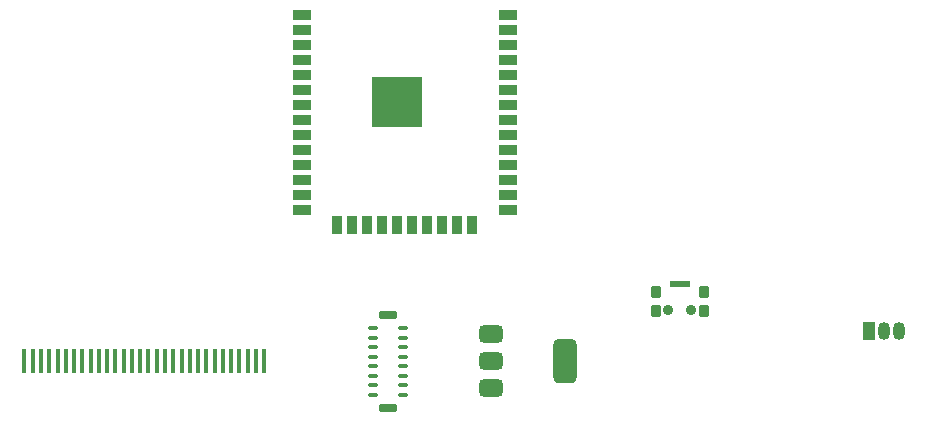
<source format=gbr>
%TF.GenerationSoftware,KiCad,Pcbnew,9.0.0*%
%TF.CreationDate,2025-04-07T09:31:54+05:30*%
%TF.ProjectId,PCB for IoT-based Smart Street Signage,50434220-666f-4722-9049-6f542d626173,rev?*%
%TF.SameCoordinates,Original*%
%TF.FileFunction,Soldermask,Top*%
%TF.FilePolarity,Negative*%
%FSLAX46Y46*%
G04 Gerber Fmt 4.6, Leading zero omitted, Abs format (unit mm)*
G04 Created by KiCad (PCBNEW 9.0.0) date 2025-04-07 09:31:54*
%MOMM*%
%LPD*%
G01*
G04 APERTURE LIST*
G04 Aperture macros list*
%AMRoundRect*
0 Rectangle with rounded corners*
0 $1 Rounding radius*
0 $2 $3 $4 $5 $6 $7 $8 $9 X,Y pos of 4 corners*
0 Add a 4 corners polygon primitive as box body*
4,1,4,$2,$3,$4,$5,$6,$7,$8,$9,$2,$3,0*
0 Add four circle primitives for the rounded corners*
1,1,$1+$1,$2,$3*
1,1,$1+$1,$4,$5*
1,1,$1+$1,$6,$7*
1,1,$1+$1,$8,$9*
0 Add four rect primitives between the rounded corners*
20,1,$1+$1,$2,$3,$4,$5,0*
20,1,$1+$1,$4,$5,$6,$7,0*
20,1,$1+$1,$6,$7,$8,$9,0*
20,1,$1+$1,$8,$9,$2,$3,0*%
G04 Aperture macros list end*
%ADD10C,0.900000*%
%ADD11RoundRect,0.135000X-0.315000X-0.365000X0.315000X-0.365000X0.315000X0.365000X-0.315000X0.365000X0*%
%ADD12RoundRect,0.082500X-0.767500X-0.192500X0.767500X-0.192500X0.767500X0.192500X-0.767500X0.192500X0*%
%ADD13R,1.050000X1.500000*%
%ADD14O,1.050000X1.500000*%
%ADD15R,0.400000X2.000000*%
%ADD16RoundRect,0.100000X0.295000X-0.100000X0.295000X0.100000X-0.295000X0.100000X-0.295000X-0.100000X0*%
%ADD17RoundRect,0.162500X0.637500X-0.162500X0.637500X0.162500X-0.637500X0.162500X-0.637500X-0.162500X0*%
%ADD18RoundRect,0.375000X-0.625000X-0.375000X0.625000X-0.375000X0.625000X0.375000X-0.625000X0.375000X0*%
%ADD19RoundRect,0.500000X-0.500000X-1.400000X0.500000X-1.400000X0.500000X1.400000X-0.500000X1.400000X0*%
%ADD20R,1.500000X0.900000*%
%ADD21R,0.900000X1.500000*%
%ADD22C,0.600000*%
%ADD23R,4.200000X4.200000*%
G04 APERTURE END LIST*
D10*
%TO.C,SW1*%
X148975000Y-106950000D03*
X150925000Y-106950000D03*
D11*
X147900000Y-105400000D03*
X152000000Y-105400000D03*
X147900000Y-107000000D03*
X152000000Y-107000000D03*
D12*
X149950000Y-104775000D03*
%TD*%
D13*
%TO.C,U3*%
X165960000Y-108750000D03*
D14*
X167230000Y-108750000D03*
X168500000Y-108750000D03*
%TD*%
D15*
%TO.C,DS1*%
X94450000Y-111250000D03*
X95150000Y-111250000D03*
X95850000Y-111250000D03*
X96550000Y-111250000D03*
X97250000Y-111250000D03*
X97950000Y-111250000D03*
X98650000Y-111250000D03*
X99350000Y-111250000D03*
X100050000Y-111250000D03*
X100750000Y-111250000D03*
X101450000Y-111250000D03*
X102150000Y-111250000D03*
X102850000Y-111250000D03*
X103550000Y-111250000D03*
X104250000Y-111250000D03*
X104950000Y-111250000D03*
X105650000Y-111250000D03*
X106350000Y-111250000D03*
X107050000Y-111250000D03*
X107750000Y-111250000D03*
X108450000Y-111250000D03*
X109150000Y-111250000D03*
X109850000Y-111250000D03*
X110550000Y-111250000D03*
X111250000Y-111250000D03*
X111950000Y-111250000D03*
X112650000Y-111250000D03*
X113350000Y-111250000D03*
X114050000Y-111250000D03*
X114750000Y-111250000D03*
%TD*%
D16*
%TO.C,P1*%
X123980000Y-108500000D03*
X123980000Y-109300000D03*
X123980000Y-110100000D03*
X123980000Y-110900000D03*
X123980000Y-111700000D03*
X123980000Y-112500000D03*
X123980000Y-113300000D03*
X123980000Y-114100000D03*
X126520000Y-114100000D03*
X126520000Y-113300000D03*
X126520000Y-112500000D03*
X126520000Y-111700000D03*
X126520000Y-110900000D03*
X126520000Y-110100000D03*
X126520000Y-109300000D03*
X126520000Y-108500000D03*
D17*
X125250000Y-107350000D03*
X125250000Y-115250000D03*
%TD*%
D18*
%TO.C,U2*%
X133950000Y-108950000D03*
X133950000Y-111250000D03*
D19*
X140250000Y-111250000D03*
D18*
X133950000Y-113550000D03*
%TD*%
D20*
%TO.C,U1*%
X117910000Y-81960000D03*
X117910000Y-83230000D03*
X117910000Y-84500000D03*
X117910000Y-85770000D03*
X117910000Y-87040000D03*
X117910000Y-88310000D03*
X117910000Y-89580000D03*
X117910000Y-90850000D03*
X117910000Y-92120000D03*
X117910000Y-93390000D03*
X117910000Y-94660000D03*
X117910000Y-95930000D03*
X117910000Y-97200000D03*
X117910000Y-98470000D03*
D21*
X120950000Y-99720000D03*
X122220000Y-99720000D03*
X123490000Y-99720000D03*
X124760000Y-99720000D03*
X126030000Y-99720000D03*
X127300000Y-99720000D03*
X128570000Y-99720000D03*
X129840000Y-99720000D03*
X131110000Y-99720000D03*
X132380000Y-99720000D03*
D20*
X135410000Y-98470000D03*
X135410000Y-97200000D03*
X135410000Y-95930000D03*
X135410000Y-94660000D03*
X135410000Y-93390000D03*
X135410000Y-92120000D03*
X135410000Y-90850000D03*
X135410000Y-89580000D03*
X135410000Y-88310000D03*
X135410000Y-87040000D03*
X135410000Y-85770000D03*
X135410000Y-84500000D03*
X135410000Y-83230000D03*
X135410000Y-81960000D03*
D22*
X124455000Y-88537500D03*
X124455000Y-90062500D03*
X125217500Y-87775000D03*
X125217500Y-89300000D03*
X125217500Y-90825000D03*
X125980000Y-88537500D03*
D23*
X125980000Y-89300000D03*
D22*
X125980000Y-90062500D03*
X126742500Y-87775000D03*
X126742500Y-89300000D03*
X126742500Y-90825000D03*
X127505000Y-88537500D03*
X127505000Y-90062500D03*
%TD*%
M02*

</source>
